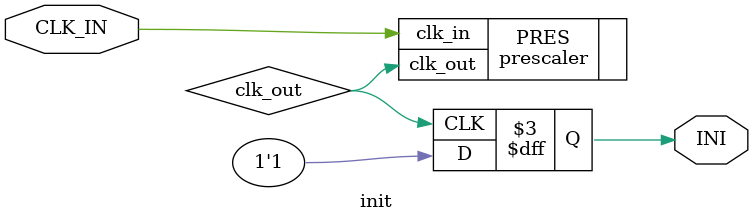
<source format=v>
module init(
    input wire CLK_IN,
    output INI
);


// Unoptimised
// wire din;
// wire INI;
// 
// reg dout = 0;
// 
// always @(posedge(CLK_IN)) begin
//     dout <= din;
// end
// 
// assign din = 1;
// 
// assign INI = dout;

parameter N = 22;

wire clk_out;

prescaler #(.N(N)) PRES (
    .clk_in(CLK_IN),
    .clk_out(clk_out)
);

// Optimised
reg INI = 0;

always @(posedge(clk_out))
    INI <= 1;

endmodule

</source>
